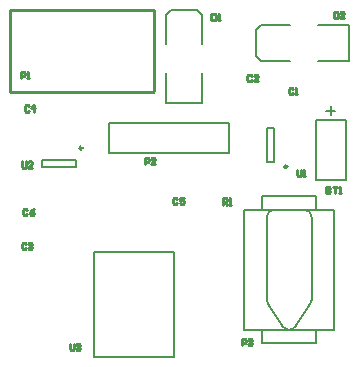
<source format=gto>
G04*
G04 #@! TF.GenerationSoftware,Altium Limited,Altium Designer,18.0.11 (651)*
G04*
G04 Layer_Color=65535*
%FSLAX25Y25*%
%MOIN*%
G70*
G01*
G75*
%ADD10C,0.00984*%
%ADD11C,0.00598*%
%ADD12C,0.00500*%
%ADD13C,0.00787*%
%ADD14C,0.00600*%
%ADD15C,0.01000*%
%ADD16C,0.00591*%
D10*
X288977Y301020D02*
G03*
X288977Y301020I-492J0D01*
G01*
X357312Y294815D02*
G03*
X357312Y294815I-492J0D01*
G01*
D11*
X365400Y278000D02*
G03*
X362900Y280500I-2500J0D01*
G01*
X352900D02*
G03*
X350400Y278000I0J-2500D01*
G01*
X355900Y241500D02*
G03*
X359900Y241500I2000J1500D01*
G01*
X364900Y249000D02*
G03*
X365400Y250500I-2000J1500D01*
G01*
X350400D02*
G03*
X350900Y249000I2500J0D01*
G01*
D12*
X293013Y231224D02*
X319587D01*
X293013D02*
Y266461D01*
X319587Y231224D02*
Y266461D01*
X293013D02*
X319587D01*
D13*
X275591Y294819D02*
X287009D01*
X275591Y297181D02*
X287009D01*
X275591Y294819D02*
Y297181D01*
X287009Y294819D02*
Y297181D01*
X297800Y299500D02*
Y309500D01*
X337800D01*
X297800Y299500D02*
X337800D01*
Y309500D01*
X350619Y296291D02*
Y307709D01*
X352981Y296291D02*
Y307709D01*
X350619D02*
X352981D01*
X350619Y296291D02*
X352981D01*
X366800Y290500D02*
X376800D01*
X366800D02*
Y310500D01*
X376800D01*
Y290500D02*
Y310500D01*
X377902Y329898D02*
Y342102D01*
X346800Y340331D02*
X348572Y342102D01*
X346800Y331669D02*
X348572Y329898D01*
X346800Y331669D02*
Y340331D01*
X367666Y342102D02*
X377902D01*
X367666Y329898D02*
X377902D01*
X348572D02*
X358217D01*
X348572Y342102D02*
X358217D01*
X316698Y315981D02*
X328902D01*
X327131Y347083D02*
X328902Y345312D01*
X316698D02*
X318469Y347083D01*
X327131D01*
X328902Y315981D02*
Y326217D01*
X316698Y315981D02*
Y326217D01*
Y335666D02*
Y345312D01*
X328902Y335666D02*
Y345312D01*
D14*
X359900Y241500D02*
X364900Y249000D01*
X350900D02*
X355900Y241500D01*
X365400Y250500D02*
Y278000D01*
X350400Y250500D02*
Y278000D01*
X348900Y280500D02*
X366900D01*
X348900Y240500D02*
X367400D01*
X342900D02*
Y280500D01*
X348900D01*
Y285000D01*
X366900D01*
Y284500D02*
Y285000D01*
Y280500D02*
Y284500D01*
Y280500D02*
X372900D01*
Y240500D02*
Y280500D01*
X366900Y240500D02*
X372900D01*
X366900Y236000D02*
Y240500D01*
X348900Y236000D02*
X366900D01*
X348900D02*
Y240500D01*
X342900D02*
X348900D01*
D15*
X264871Y319695D02*
X312528D01*
X264871D02*
Y347195D01*
X312784D01*
X312528Y319695D02*
X312784Y319951D01*
Y347195D01*
X284700Y235662D02*
Y233944D01*
X285044Y233600D01*
X285731D01*
X286075Y233944D01*
Y235662D01*
X286762Y235319D02*
X287106Y235662D01*
X287793D01*
X288137Y235319D01*
Y234975D01*
X287793Y234631D01*
X287450D01*
X287793D01*
X288137Y234287D01*
Y233944D01*
X287793Y233600D01*
X287106D01*
X286762Y233944D01*
X270275Y269019D02*
X269931Y269362D01*
X269244D01*
X268900Y269019D01*
Y267644D01*
X269244Y267300D01*
X269931D01*
X270275Y267644D01*
X270962Y269019D02*
X271306Y269362D01*
X271993D01*
X272337Y269019D01*
Y268675D01*
X271993Y268331D01*
X271650D01*
X271993D01*
X272337Y267987D01*
Y267644D01*
X271993Y267300D01*
X271306D01*
X270962Y267644D01*
X270675Y280319D02*
X270331Y280662D01*
X269644D01*
X269300Y280319D01*
Y278944D01*
X269644Y278600D01*
X270331D01*
X270675Y278944D01*
X272737Y280662D02*
X272050Y280319D01*
X271362Y279631D01*
Y278944D01*
X271706Y278600D01*
X272393D01*
X272737Y278944D01*
Y279287D01*
X272393Y279631D01*
X271362D01*
X268900Y296562D02*
Y294844D01*
X269244Y294500D01*
X269931D01*
X270275Y294844D01*
Y296562D01*
X272337Y294500D02*
X270962D01*
X272337Y295875D01*
Y296219D01*
X271993Y296562D01*
X271306D01*
X270962Y296219D01*
X271275Y314919D02*
X270931Y315262D01*
X270244D01*
X269900Y314919D01*
Y313544D01*
X270244Y313200D01*
X270931D01*
X271275Y313544D01*
X272993Y313200D02*
Y315262D01*
X271962Y314231D01*
X273337D01*
X309700Y295800D02*
Y297862D01*
X310731D01*
X311075Y297519D01*
Y296831D01*
X310731Y296487D01*
X309700D01*
X313137Y295800D02*
X311762D01*
X313137Y297175D01*
Y297519D01*
X312793Y297862D01*
X312106D01*
X311762Y297519D01*
X320675Y284119D02*
X320331Y284462D01*
X319644D01*
X319300Y284119D01*
Y282744D01*
X319644Y282400D01*
X320331D01*
X320675Y282744D01*
X322737Y284462D02*
X321362D01*
Y283431D01*
X322050Y283775D01*
X322393D01*
X322737Y283431D01*
Y282744D01*
X322393Y282400D01*
X321706D01*
X321362Y282744D01*
X335900Y282200D02*
Y284262D01*
X336931D01*
X337275Y283919D01*
Y283231D01*
X336931Y282887D01*
X335900D01*
X336587D02*
X337275Y282200D01*
X337962D02*
X338650D01*
X338306D01*
Y284262D01*
X337962Y283919D01*
X342200Y235400D02*
Y237462D01*
X343231D01*
X343575Y237119D01*
Y236431D01*
X343231Y236087D01*
X342200D01*
X344262Y237119D02*
X344606Y237462D01*
X345293D01*
X345637Y237119D01*
Y236775D01*
X345293Y236431D01*
X344950D01*
X345293D01*
X345637Y236087D01*
Y235744D01*
X345293Y235400D01*
X344606D01*
X344262Y235744D01*
X360400Y293662D02*
Y291944D01*
X360744Y291600D01*
X361431D01*
X361775Y291944D01*
Y293662D01*
X362462Y291600D02*
X363150D01*
X362806D01*
Y293662D01*
X362462Y293319D01*
X370300Y287962D02*
Y285900D01*
X371331D01*
X371675Y286244D01*
Y286587D01*
X371331Y286931D01*
X370300D01*
X371331D01*
X371675Y287275D01*
Y287619D01*
X371331Y287962D01*
X370300D01*
X372362D02*
X373737D01*
X373050D01*
Y285900D01*
X374425D02*
X375112D01*
X374768D01*
Y287962D01*
X374425Y287619D01*
X359075Y320819D02*
X358731Y321162D01*
X358044D01*
X357700Y320819D01*
Y319444D01*
X358044Y319100D01*
X358731D01*
X359075Y319444D01*
X359762Y319100D02*
X360450D01*
X360106D01*
Y321162D01*
X359762Y320819D01*
X345375Y325019D02*
X345031Y325362D01*
X344344D01*
X344000Y325019D01*
Y323644D01*
X344344Y323300D01*
X345031D01*
X345375Y323644D01*
X347437Y323300D02*
X346062D01*
X347437Y324675D01*
Y325019D01*
X347094Y325362D01*
X346406D01*
X346062Y325019D01*
X372800Y346362D02*
Y344300D01*
X373831D01*
X374175Y344644D01*
Y346019D01*
X373831Y346362D01*
X372800D01*
X376237Y344300D02*
X374862D01*
X376237Y345675D01*
Y346019D01*
X375893Y346362D01*
X375206D01*
X374862Y346019D01*
X332000Y345862D02*
Y343800D01*
X333031D01*
X333375Y344144D01*
Y345519D01*
X333031Y345862D01*
X332000D01*
X334062Y343800D02*
X334750D01*
X334406D01*
Y345862D01*
X334062Y345519D01*
X268600Y324400D02*
Y326462D01*
X269631D01*
X269975Y326119D01*
Y325431D01*
X269631Y325087D01*
X268600D01*
X270662Y324400D02*
X271350D01*
X271006D01*
Y326462D01*
X270662Y326119D01*
D16*
X371791Y314949D02*
Y311931D01*
X373300Y313440D02*
X370283D01*
M02*

</source>
